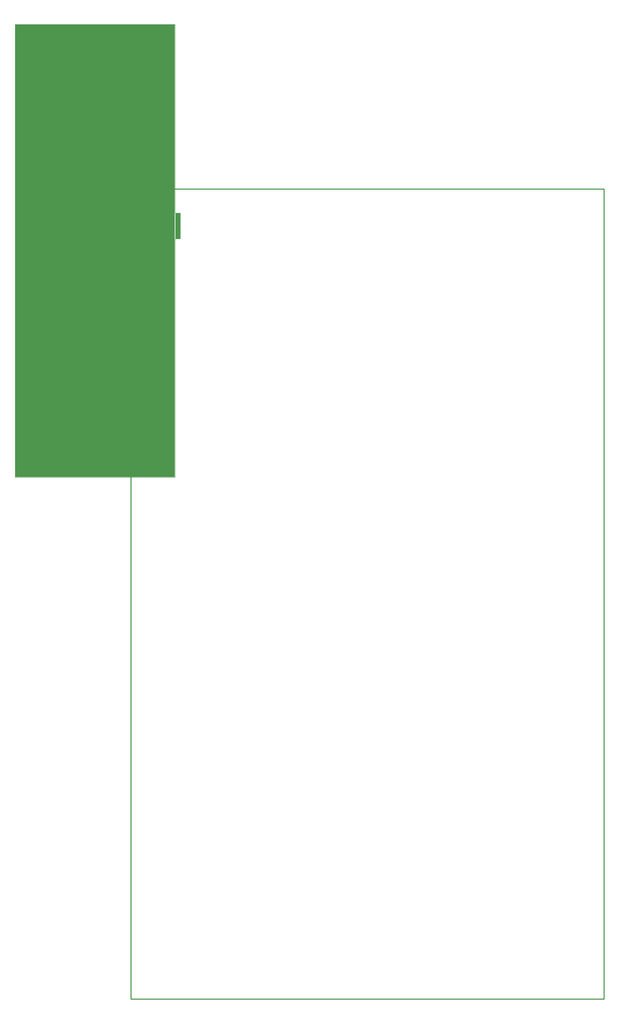
<source format=gko>
G04*
G04 #@! TF.GenerationSoftware,Altium Limited,Altium Designer,20.0.9 (164)*
G04*
G04 Layer_Color=16711935*
%FSLAX25Y25*%
%MOIN*%
G70*
G01*
G75*
%ADD16C,0.00394*%
%ADD18C,0.01000*%
%ADD168R,1.55787X4.40118*%
%ADD169R,0.05075X0.24900*%
D16*
X763925Y900941D02*
Y1132801D01*
X608138Y900941D02*
Y1341059D01*
Y900941D02*
X763925D01*
X608138Y1341059D02*
X763925D01*
Y1157701D02*
Y1341059D01*
Y1132801D02*
X769000D01*
X763925Y1157701D02*
X769000D01*
Y1132801D02*
Y1157701D01*
D18*
X721000Y1181102D02*
X1181102D01*
Y393701D02*
Y1181102D01*
X721000Y393701D02*
Y1181102D01*
Y393701D02*
X1181102D01*
D168*
X686031Y1121000D02*
D03*
D169*
X766463Y1145251D02*
D03*
M02*

</source>
